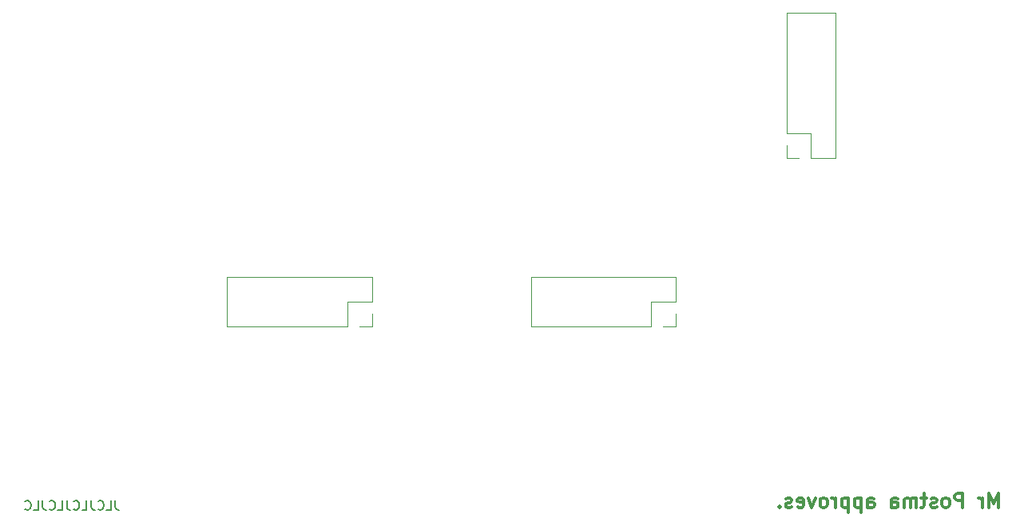
<source format=gbo>
G04 #@! TF.GenerationSoftware,KiCad,Pcbnew,6.0.2-378541a8eb~116~ubuntu20.04.1*
G04 #@! TF.CreationDate,2023-01-27T16:22:06+01:00*
G04 #@! TF.ProjectId,BUCKY_MAIN,4255434b-595f-44d4-9149-4e2e6b696361,rev?*
G04 #@! TF.SameCoordinates,Original*
G04 #@! TF.FileFunction,Legend,Bot*
G04 #@! TF.FilePolarity,Positive*
%FSLAX46Y46*%
G04 Gerber Fmt 4.6, Leading zero omitted, Abs format (unit mm)*
G04 Created by KiCad (PCBNEW 6.0.2-378541a8eb~116~ubuntu20.04.1) date 2023-01-27 16:22:06*
%MOMM*%
%LPD*%
G01*
G04 APERTURE LIST*
%ADD10C,0.300000*%
%ADD11C,0.150000*%
%ADD12C,0.120000*%
%ADD13R,1.500000X3.000000*%
%ADD14O,1.500000X3.000000*%
%ADD15R,1.560000X1.560000*%
%ADD16C,1.560000*%
%ADD17O,2.000000X2.000000*%
%ADD18R,2.000000X2.000000*%
G04 APERTURE END LIST*
D10*
X204292142Y-178413571D02*
X204292142Y-176913571D01*
X203792142Y-177985000D01*
X203292142Y-176913571D01*
X203292142Y-178413571D01*
X202577857Y-178413571D02*
X202577857Y-177413571D01*
X202577857Y-177699285D02*
X202506428Y-177556428D01*
X202435000Y-177485000D01*
X202292142Y-177413571D01*
X202149285Y-177413571D01*
X200506428Y-178413571D02*
X200506428Y-176913571D01*
X199935000Y-176913571D01*
X199792142Y-176985000D01*
X199720714Y-177056428D01*
X199649285Y-177199285D01*
X199649285Y-177413571D01*
X199720714Y-177556428D01*
X199792142Y-177627857D01*
X199935000Y-177699285D01*
X200506428Y-177699285D01*
X198792142Y-178413571D02*
X198935000Y-178342142D01*
X199006428Y-178270714D01*
X199077857Y-178127857D01*
X199077857Y-177699285D01*
X199006428Y-177556428D01*
X198935000Y-177485000D01*
X198792142Y-177413571D01*
X198577857Y-177413571D01*
X198435000Y-177485000D01*
X198363571Y-177556428D01*
X198292142Y-177699285D01*
X198292142Y-178127857D01*
X198363571Y-178270714D01*
X198435000Y-178342142D01*
X198577857Y-178413571D01*
X198792142Y-178413571D01*
X197720714Y-178342142D02*
X197577857Y-178413571D01*
X197292142Y-178413571D01*
X197149285Y-178342142D01*
X197077857Y-178199285D01*
X197077857Y-178127857D01*
X197149285Y-177985000D01*
X197292142Y-177913571D01*
X197506428Y-177913571D01*
X197649285Y-177842142D01*
X197720714Y-177699285D01*
X197720714Y-177627857D01*
X197649285Y-177485000D01*
X197506428Y-177413571D01*
X197292142Y-177413571D01*
X197149285Y-177485000D01*
X196649285Y-177413571D02*
X196077857Y-177413571D01*
X196435000Y-176913571D02*
X196435000Y-178199285D01*
X196363571Y-178342142D01*
X196220714Y-178413571D01*
X196077857Y-178413571D01*
X195577857Y-178413571D02*
X195577857Y-177413571D01*
X195577857Y-177556428D02*
X195506428Y-177485000D01*
X195363571Y-177413571D01*
X195149285Y-177413571D01*
X195006428Y-177485000D01*
X194935000Y-177627857D01*
X194935000Y-178413571D01*
X194935000Y-177627857D02*
X194863571Y-177485000D01*
X194720714Y-177413571D01*
X194506428Y-177413571D01*
X194363571Y-177485000D01*
X194292142Y-177627857D01*
X194292142Y-178413571D01*
X192935000Y-178413571D02*
X192935000Y-177627857D01*
X193006428Y-177485000D01*
X193149285Y-177413571D01*
X193435000Y-177413571D01*
X193577857Y-177485000D01*
X192935000Y-178342142D02*
X193077857Y-178413571D01*
X193435000Y-178413571D01*
X193577857Y-178342142D01*
X193649285Y-178199285D01*
X193649285Y-178056428D01*
X193577857Y-177913571D01*
X193435000Y-177842142D01*
X193077857Y-177842142D01*
X192935000Y-177770714D01*
X190435000Y-178413571D02*
X190435000Y-177627857D01*
X190506428Y-177485000D01*
X190649285Y-177413571D01*
X190935000Y-177413571D01*
X191077857Y-177485000D01*
X190435000Y-178342142D02*
X190577857Y-178413571D01*
X190935000Y-178413571D01*
X191077857Y-178342142D01*
X191149285Y-178199285D01*
X191149285Y-178056428D01*
X191077857Y-177913571D01*
X190935000Y-177842142D01*
X190577857Y-177842142D01*
X190435000Y-177770714D01*
X189720714Y-177413571D02*
X189720714Y-178913571D01*
X189720714Y-177485000D02*
X189577857Y-177413571D01*
X189292142Y-177413571D01*
X189149285Y-177485000D01*
X189077857Y-177556428D01*
X189006428Y-177699285D01*
X189006428Y-178127857D01*
X189077857Y-178270714D01*
X189149285Y-178342142D01*
X189292142Y-178413571D01*
X189577857Y-178413571D01*
X189720714Y-178342142D01*
X188363571Y-177413571D02*
X188363571Y-178913571D01*
X188363571Y-177485000D02*
X188220714Y-177413571D01*
X187935000Y-177413571D01*
X187792142Y-177485000D01*
X187720714Y-177556428D01*
X187649285Y-177699285D01*
X187649285Y-178127857D01*
X187720714Y-178270714D01*
X187792142Y-178342142D01*
X187935000Y-178413571D01*
X188220714Y-178413571D01*
X188363571Y-178342142D01*
X187006428Y-178413571D02*
X187006428Y-177413571D01*
X187006428Y-177699285D02*
X186935000Y-177556428D01*
X186863571Y-177485000D01*
X186720714Y-177413571D01*
X186577857Y-177413571D01*
X185863571Y-178413571D02*
X186006428Y-178342142D01*
X186077857Y-178270714D01*
X186149285Y-178127857D01*
X186149285Y-177699285D01*
X186077857Y-177556428D01*
X186006428Y-177485000D01*
X185863571Y-177413571D01*
X185649285Y-177413571D01*
X185506428Y-177485000D01*
X185435000Y-177556428D01*
X185363571Y-177699285D01*
X185363571Y-178127857D01*
X185435000Y-178270714D01*
X185506428Y-178342142D01*
X185649285Y-178413571D01*
X185863571Y-178413571D01*
X184863571Y-177413571D02*
X184506428Y-178413571D01*
X184149285Y-177413571D01*
X183006428Y-178342142D02*
X183149285Y-178413571D01*
X183435000Y-178413571D01*
X183577857Y-178342142D01*
X183649285Y-178199285D01*
X183649285Y-177627857D01*
X183577857Y-177485000D01*
X183435000Y-177413571D01*
X183149285Y-177413571D01*
X183006428Y-177485000D01*
X182935000Y-177627857D01*
X182935000Y-177770714D01*
X183649285Y-177913571D01*
X182363571Y-178342142D02*
X182220714Y-178413571D01*
X181935000Y-178413571D01*
X181792142Y-178342142D01*
X181720714Y-178199285D01*
X181720714Y-178127857D01*
X181792142Y-177985000D01*
X181935000Y-177913571D01*
X182149285Y-177913571D01*
X182292142Y-177842142D01*
X182363571Y-177699285D01*
X182363571Y-177627857D01*
X182292142Y-177485000D01*
X182149285Y-177413571D01*
X181935000Y-177413571D01*
X181792142Y-177485000D01*
X181077857Y-178270714D02*
X181006428Y-178342142D01*
X181077857Y-178413571D01*
X181149285Y-178342142D01*
X181077857Y-178270714D01*
X181077857Y-178413571D01*
D11*
X110679047Y-177687380D02*
X110679047Y-178401666D01*
X110726666Y-178544523D01*
X110821904Y-178639761D01*
X110964761Y-178687380D01*
X111060000Y-178687380D01*
X109726666Y-178687380D02*
X110202857Y-178687380D01*
X110202857Y-177687380D01*
X108821904Y-178592142D02*
X108869523Y-178639761D01*
X109012380Y-178687380D01*
X109107619Y-178687380D01*
X109250476Y-178639761D01*
X109345714Y-178544523D01*
X109393333Y-178449285D01*
X109440952Y-178258809D01*
X109440952Y-178115952D01*
X109393333Y-177925476D01*
X109345714Y-177830238D01*
X109250476Y-177735000D01*
X109107619Y-177687380D01*
X109012380Y-177687380D01*
X108869523Y-177735000D01*
X108821904Y-177782619D01*
X108107619Y-177687380D02*
X108107619Y-178401666D01*
X108155238Y-178544523D01*
X108250476Y-178639761D01*
X108393333Y-178687380D01*
X108488571Y-178687380D01*
X107155238Y-178687380D02*
X107631428Y-178687380D01*
X107631428Y-177687380D01*
X106250476Y-178592142D02*
X106298095Y-178639761D01*
X106440952Y-178687380D01*
X106536190Y-178687380D01*
X106679047Y-178639761D01*
X106774285Y-178544523D01*
X106821904Y-178449285D01*
X106869523Y-178258809D01*
X106869523Y-178115952D01*
X106821904Y-177925476D01*
X106774285Y-177830238D01*
X106679047Y-177735000D01*
X106536190Y-177687380D01*
X106440952Y-177687380D01*
X106298095Y-177735000D01*
X106250476Y-177782619D01*
X105536190Y-177687380D02*
X105536190Y-178401666D01*
X105583809Y-178544523D01*
X105679047Y-178639761D01*
X105821904Y-178687380D01*
X105917142Y-178687380D01*
X104583809Y-178687380D02*
X105060000Y-178687380D01*
X105060000Y-177687380D01*
X103679047Y-178592142D02*
X103726666Y-178639761D01*
X103869523Y-178687380D01*
X103964761Y-178687380D01*
X104107619Y-178639761D01*
X104202857Y-178544523D01*
X104250476Y-178449285D01*
X104298095Y-178258809D01*
X104298095Y-178115952D01*
X104250476Y-177925476D01*
X104202857Y-177830238D01*
X104107619Y-177735000D01*
X103964761Y-177687380D01*
X103869523Y-177687380D01*
X103726666Y-177735000D01*
X103679047Y-177782619D01*
X102964761Y-177687380D02*
X102964761Y-178401666D01*
X103012380Y-178544523D01*
X103107619Y-178639761D01*
X103250476Y-178687380D01*
X103345714Y-178687380D01*
X102012380Y-178687380D02*
X102488571Y-178687380D01*
X102488571Y-177687380D01*
X101107619Y-178592142D02*
X101155238Y-178639761D01*
X101298095Y-178687380D01*
X101393333Y-178687380D01*
X101536190Y-178639761D01*
X101631428Y-178544523D01*
X101679047Y-178449285D01*
X101726666Y-178258809D01*
X101726666Y-178115952D01*
X101679047Y-177925476D01*
X101631428Y-177830238D01*
X101536190Y-177735000D01*
X101393333Y-177687380D01*
X101298095Y-177687380D01*
X101155238Y-177735000D01*
X101107619Y-177782619D01*
D12*
X181820000Y-125970000D02*
X187020000Y-125970000D01*
X135280000Y-159205000D02*
X135280000Y-156605000D01*
X135280000Y-156605000D02*
X137880000Y-156605000D01*
X167480000Y-156605000D02*
X170080000Y-156605000D01*
X181820000Y-138730000D02*
X181820000Y-125970000D01*
X184420000Y-138730000D02*
X184420000Y-141330000D01*
X187020000Y-141330000D02*
X187020000Y-125970000D01*
X181820000Y-141330000D02*
X183150000Y-141330000D01*
X136550000Y-159205000D02*
X137880000Y-159205000D01*
X137880000Y-156605000D02*
X137880000Y-154005000D01*
X135280000Y-159205000D02*
X122520000Y-159205000D01*
X154720000Y-159205000D02*
X154720000Y-154005000D01*
X181820000Y-140000000D02*
X181820000Y-141330000D01*
X137880000Y-154005000D02*
X122520000Y-154005000D01*
X122520000Y-159205000D02*
X122520000Y-154005000D01*
X181820000Y-138730000D02*
X184420000Y-138730000D01*
X167480000Y-159205000D02*
X167480000Y-156605000D01*
X170080000Y-159205000D02*
X170080000Y-157875000D01*
X184420000Y-141330000D02*
X187020000Y-141330000D01*
X170080000Y-154005000D02*
X154720000Y-154005000D01*
X167480000Y-159205000D02*
X154720000Y-159205000D01*
X170080000Y-156605000D02*
X170080000Y-154005000D01*
X168750000Y-159205000D02*
X170080000Y-159205000D01*
X137880000Y-159205000D02*
X137880000Y-157875000D01*
%LPC*%
D13*
X114450000Y-117000000D03*
D14*
X116990000Y-117000000D03*
X119530000Y-117000000D03*
X122070000Y-117000000D03*
D13*
X114450000Y-94975000D03*
D14*
X116990000Y-94975000D03*
X119530000Y-94975000D03*
X122070000Y-94975000D03*
D13*
X142900000Y-117000000D03*
D14*
X145440000Y-117000000D03*
X147980000Y-117000000D03*
X150520000Y-117000000D03*
D13*
X142900000Y-94975000D03*
D14*
X145440000Y-94975000D03*
X147980000Y-94975000D03*
X150520000Y-94975000D03*
D15*
X159700000Y-82260000D03*
D16*
X159700000Y-79720000D03*
X159700000Y-77180000D03*
X159700000Y-74640000D03*
X159700000Y-72100000D03*
X159700000Y-69560000D03*
X159700000Y-67020000D03*
X159700000Y-64480000D03*
X159700000Y-61940000D03*
X159700000Y-59400000D03*
X159700000Y-56860000D03*
X159700000Y-54320000D03*
X159700000Y-51780000D03*
X159700000Y-49240000D03*
X159700000Y-46700000D03*
X159700000Y-44160000D03*
X159700000Y-41620000D03*
X159700000Y-39080000D03*
X159700000Y-36540000D03*
X134300000Y-82260000D03*
X134300000Y-79720000D03*
X134300000Y-77180000D03*
X134300000Y-74640000D03*
X134300000Y-72100000D03*
X134300000Y-69560000D03*
X134300000Y-67020000D03*
X134300000Y-64480000D03*
X134300000Y-61940000D03*
X134300000Y-59400000D03*
X134300000Y-56860000D03*
X134300000Y-54320000D03*
X134300000Y-51780000D03*
X134300000Y-49240000D03*
X134300000Y-46700000D03*
X134300000Y-44160000D03*
X134300000Y-41620000D03*
X134300000Y-39080000D03*
X134300000Y-36540000D03*
D17*
X123850000Y-157875000D03*
X134010000Y-155335000D03*
X123850000Y-155335000D03*
X126390000Y-157875000D03*
X126390000Y-155335000D03*
X136550000Y-155335000D03*
X131470000Y-155335000D03*
X131470000Y-157875000D03*
X128930000Y-155335000D03*
X128930000Y-157875000D03*
X134010000Y-157875000D03*
D18*
X136550000Y-157875000D03*
D17*
X163670000Y-157875000D03*
X166210000Y-155335000D03*
X158590000Y-157875000D03*
X161130000Y-155335000D03*
X166210000Y-157875000D03*
X168750000Y-155335000D03*
X161130000Y-157875000D03*
D18*
X168750000Y-157875000D03*
D17*
X163670000Y-155335000D03*
X185690000Y-132380000D03*
X185690000Y-137460000D03*
X185690000Y-127300000D03*
X183150000Y-129840000D03*
X183150000Y-132380000D03*
D18*
X183150000Y-140000000D03*
D17*
X185690000Y-134920000D03*
X185690000Y-129840000D03*
X183150000Y-134920000D03*
X185690000Y-140000000D03*
X183150000Y-127300000D03*
X183150000Y-137460000D03*
X158590000Y-155335000D03*
X156050000Y-155335000D03*
X156050000Y-157875000D03*
D13*
X172700000Y-117000000D03*
D14*
X175240000Y-117000000D03*
X177780000Y-117000000D03*
X180320000Y-117000000D03*
D13*
X172700000Y-94975000D03*
D14*
X175240000Y-94975000D03*
X177780000Y-94975000D03*
X180320000Y-94975000D03*
M02*

</source>
